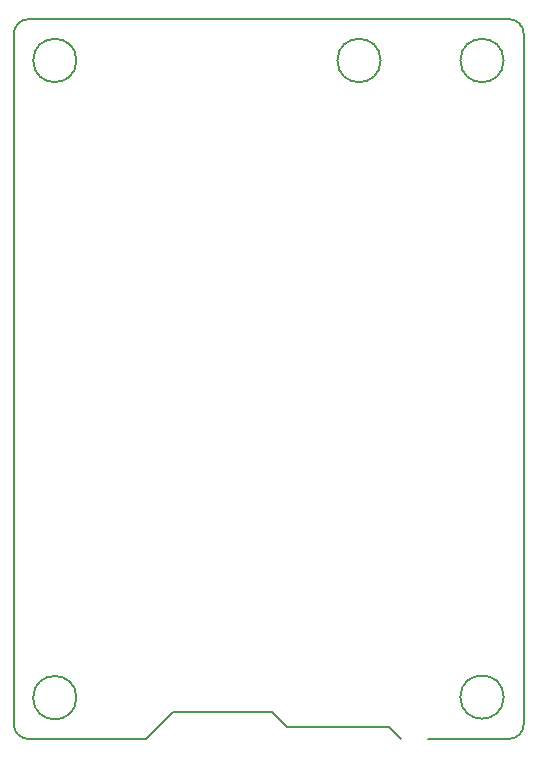
<source format=gm1>
G04 #@! TF.FileFunction,Profile,NP*
%FSLAX46Y46*%
G04 Gerber Fmt 4.6, Leading zero omitted, Abs format (unit mm)*
G04 Created by KiCad (PCBNEW 4.0.6-e0-6349~52~ubuntu16.10.1) date Tue Mar  7 21:07:10 2017*
%MOMM*%
%LPD*%
G01*
G04 APERTURE LIST*
%ADD10C,0.100000*%
%ADD11C,0.200000*%
%ADD12C,0.150000*%
G04 APERTURE END LIST*
D10*
D11*
X155172124Y-64465200D02*
G75*
G03X155172124Y-64465200I-1832324J0D01*
G01*
X191341724Y-118364000D02*
G75*
G03X191341724Y-118364000I-1832324J0D01*
G01*
X155172124Y-118414800D02*
G75*
G03X155172124Y-118414800I-1832324J0D01*
G01*
X191341724Y-64465200D02*
G75*
G03X191341724Y-64465200I-1832324J0D01*
G01*
X180927724Y-64465200D02*
G75*
G03X180927724Y-64465200I-1832324J0D01*
G01*
D12*
X172974000Y-120904000D02*
X181610000Y-120904000D01*
X163322000Y-119634000D02*
X171704000Y-119634000D01*
X151130000Y-121920000D02*
X161036000Y-121920000D01*
X161036000Y-121920000D02*
X163322000Y-119634000D01*
X172974000Y-120904000D02*
X171704000Y-119634000D01*
X182626000Y-121920000D02*
X181610000Y-120904000D01*
X191770000Y-121920000D02*
X184912000Y-121920000D01*
X151130000Y-60960000D02*
X191770000Y-60960000D01*
X191770000Y-121920000D02*
G75*
G03X193040000Y-120650000I0J1270000D01*
G01*
X149860000Y-120650000D02*
G75*
G03X151130000Y-121920000I1270000J0D01*
G01*
X193040000Y-62230000D02*
G75*
G03X191770000Y-60960000I-1270000J0D01*
G01*
X151130000Y-60960000D02*
G75*
G03X149860000Y-62230000I0J-1270000D01*
G01*
X193040000Y-120650000D02*
X193040000Y-62230000D01*
X149860000Y-62230000D02*
X149860000Y-120650000D01*
M02*

</source>
